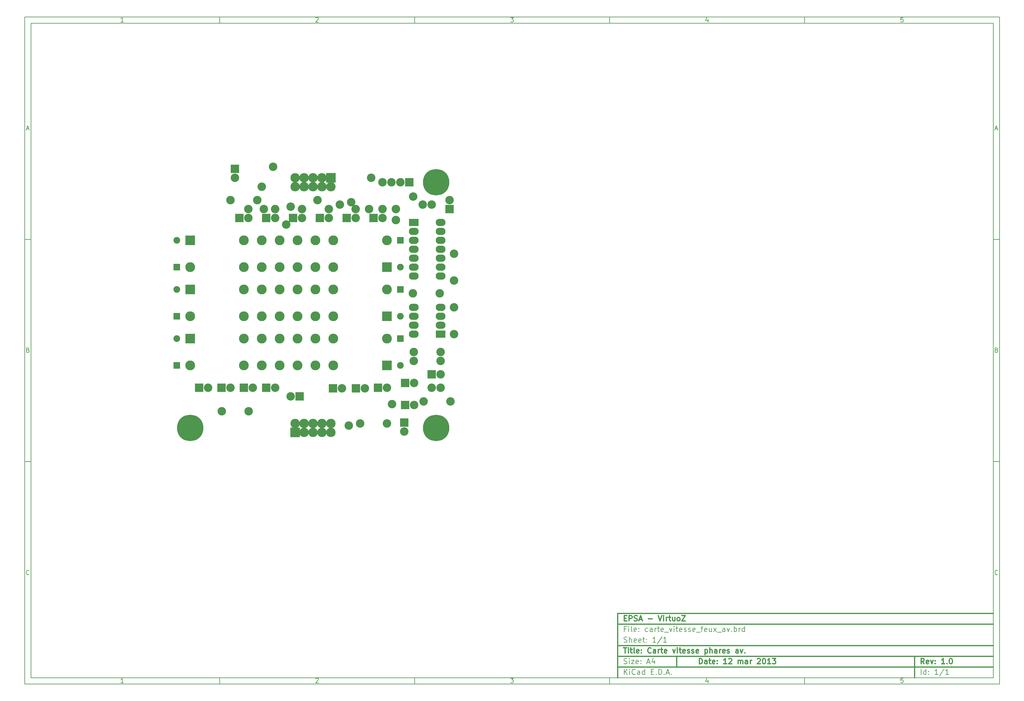
<source format=gbs>
G04 (created by PCBNEW-RS274X (2012-01-19 BZR 3256)-stable) date 12/03/2013 15:28:24*
G01*
G70*
G90*
%MOIN*%
G04 Gerber Fmt 3.4, Leading zero omitted, Abs format*
%FSLAX34Y34*%
G04 APERTURE LIST*
%ADD10C,0.006000*%
%ADD11C,0.012000*%
%ADD12C,0.095000*%
%ADD13R,0.095000X0.095000*%
%ADD14R,0.110000X0.082000*%
%ADD15O,0.110000X0.082000*%
%ADD16C,0.295600*%
%ADD17R,0.110000X0.110000*%
%ADD18C,0.110000*%
%ADD19R,0.075000X0.075000*%
%ADD20C,0.075000*%
%ADD21R,0.105000X0.105000*%
%ADD22C,0.105000*%
G04 APERTURE END LIST*
G54D10*
X04000Y-04000D02*
X113000Y-04000D01*
X113000Y-78670D01*
X04000Y-78670D01*
X04000Y-04000D01*
X04700Y-04700D02*
X112300Y-04700D01*
X112300Y-77970D01*
X04700Y-77970D01*
X04700Y-04700D01*
X25800Y-04000D02*
X25800Y-04700D01*
X15043Y-04552D02*
X14757Y-04552D01*
X14900Y-04552D02*
X14900Y-04052D01*
X14852Y-04124D01*
X14805Y-04171D01*
X14757Y-04195D01*
X25800Y-78670D02*
X25800Y-77970D01*
X15043Y-78522D02*
X14757Y-78522D01*
X14900Y-78522D02*
X14900Y-78022D01*
X14852Y-78094D01*
X14805Y-78141D01*
X14757Y-78165D01*
X47600Y-04000D02*
X47600Y-04700D01*
X36557Y-04100D02*
X36581Y-04076D01*
X36629Y-04052D01*
X36748Y-04052D01*
X36795Y-04076D01*
X36819Y-04100D01*
X36843Y-04148D01*
X36843Y-04195D01*
X36819Y-04267D01*
X36533Y-04552D01*
X36843Y-04552D01*
X47600Y-78670D02*
X47600Y-77970D01*
X36557Y-78070D02*
X36581Y-78046D01*
X36629Y-78022D01*
X36748Y-78022D01*
X36795Y-78046D01*
X36819Y-78070D01*
X36843Y-78118D01*
X36843Y-78165D01*
X36819Y-78237D01*
X36533Y-78522D01*
X36843Y-78522D01*
X69400Y-04000D02*
X69400Y-04700D01*
X58333Y-04052D02*
X58643Y-04052D01*
X58476Y-04243D01*
X58548Y-04243D01*
X58595Y-04267D01*
X58619Y-04290D01*
X58643Y-04338D01*
X58643Y-04457D01*
X58619Y-04505D01*
X58595Y-04529D01*
X58548Y-04552D01*
X58405Y-04552D01*
X58357Y-04529D01*
X58333Y-04505D01*
X69400Y-78670D02*
X69400Y-77970D01*
X58333Y-78022D02*
X58643Y-78022D01*
X58476Y-78213D01*
X58548Y-78213D01*
X58595Y-78237D01*
X58619Y-78260D01*
X58643Y-78308D01*
X58643Y-78427D01*
X58619Y-78475D01*
X58595Y-78499D01*
X58548Y-78522D01*
X58405Y-78522D01*
X58357Y-78499D01*
X58333Y-78475D01*
X91200Y-04000D02*
X91200Y-04700D01*
X80395Y-04219D02*
X80395Y-04552D01*
X80276Y-04029D02*
X80157Y-04386D01*
X80467Y-04386D01*
X91200Y-78670D02*
X91200Y-77970D01*
X80395Y-78189D02*
X80395Y-78522D01*
X80276Y-77999D02*
X80157Y-78356D01*
X80467Y-78356D01*
X102219Y-04052D02*
X101981Y-04052D01*
X101957Y-04290D01*
X101981Y-04267D01*
X102029Y-04243D01*
X102148Y-04243D01*
X102195Y-04267D01*
X102219Y-04290D01*
X102243Y-04338D01*
X102243Y-04457D01*
X102219Y-04505D01*
X102195Y-04529D01*
X102148Y-04552D01*
X102029Y-04552D01*
X101981Y-04529D01*
X101957Y-04505D01*
X102219Y-78022D02*
X101981Y-78022D01*
X101957Y-78260D01*
X101981Y-78237D01*
X102029Y-78213D01*
X102148Y-78213D01*
X102195Y-78237D01*
X102219Y-78260D01*
X102243Y-78308D01*
X102243Y-78427D01*
X102219Y-78475D01*
X102195Y-78499D01*
X102148Y-78522D01*
X102029Y-78522D01*
X101981Y-78499D01*
X101957Y-78475D01*
X04000Y-28890D02*
X04700Y-28890D01*
X04231Y-16510D02*
X04469Y-16510D01*
X04184Y-16652D02*
X04350Y-16152D01*
X04517Y-16652D01*
X113000Y-28890D02*
X112300Y-28890D01*
X112531Y-16510D02*
X112769Y-16510D01*
X112484Y-16652D02*
X112650Y-16152D01*
X112817Y-16652D01*
X04000Y-53780D02*
X04700Y-53780D01*
X04386Y-41280D02*
X04457Y-41304D01*
X04481Y-41328D01*
X04505Y-41376D01*
X04505Y-41447D01*
X04481Y-41495D01*
X04457Y-41519D01*
X04410Y-41542D01*
X04219Y-41542D01*
X04219Y-41042D01*
X04386Y-41042D01*
X04433Y-41066D01*
X04457Y-41090D01*
X04481Y-41138D01*
X04481Y-41185D01*
X04457Y-41233D01*
X04433Y-41257D01*
X04386Y-41280D01*
X04219Y-41280D01*
X113000Y-53780D02*
X112300Y-53780D01*
X112686Y-41280D02*
X112757Y-41304D01*
X112781Y-41328D01*
X112805Y-41376D01*
X112805Y-41447D01*
X112781Y-41495D01*
X112757Y-41519D01*
X112710Y-41542D01*
X112519Y-41542D01*
X112519Y-41042D01*
X112686Y-41042D01*
X112733Y-41066D01*
X112757Y-41090D01*
X112781Y-41138D01*
X112781Y-41185D01*
X112757Y-41233D01*
X112733Y-41257D01*
X112686Y-41280D01*
X112519Y-41280D01*
X04505Y-66385D02*
X04481Y-66409D01*
X04410Y-66432D01*
X04362Y-66432D01*
X04290Y-66409D01*
X04243Y-66361D01*
X04219Y-66313D01*
X04195Y-66218D01*
X04195Y-66147D01*
X04219Y-66051D01*
X04243Y-66004D01*
X04290Y-65956D01*
X04362Y-65932D01*
X04410Y-65932D01*
X04481Y-65956D01*
X04505Y-65980D01*
X112805Y-66385D02*
X112781Y-66409D01*
X112710Y-66432D01*
X112662Y-66432D01*
X112590Y-66409D01*
X112543Y-66361D01*
X112519Y-66313D01*
X112495Y-66218D01*
X112495Y-66147D01*
X112519Y-66051D01*
X112543Y-66004D01*
X112590Y-65956D01*
X112662Y-65932D01*
X112710Y-65932D01*
X112781Y-65956D01*
X112805Y-65980D01*
G54D11*
X79443Y-76413D02*
X79443Y-75813D01*
X79586Y-75813D01*
X79671Y-75841D01*
X79729Y-75899D01*
X79757Y-75956D01*
X79786Y-76070D01*
X79786Y-76156D01*
X79757Y-76270D01*
X79729Y-76327D01*
X79671Y-76384D01*
X79586Y-76413D01*
X79443Y-76413D01*
X80300Y-76413D02*
X80300Y-76099D01*
X80271Y-76041D01*
X80214Y-76013D01*
X80100Y-76013D01*
X80043Y-76041D01*
X80300Y-76384D02*
X80243Y-76413D01*
X80100Y-76413D01*
X80043Y-76384D01*
X80014Y-76327D01*
X80014Y-76270D01*
X80043Y-76213D01*
X80100Y-76184D01*
X80243Y-76184D01*
X80300Y-76156D01*
X80500Y-76013D02*
X80729Y-76013D01*
X80586Y-75813D02*
X80586Y-76327D01*
X80614Y-76384D01*
X80672Y-76413D01*
X80729Y-76413D01*
X81157Y-76384D02*
X81100Y-76413D01*
X80986Y-76413D01*
X80929Y-76384D01*
X80900Y-76327D01*
X80900Y-76099D01*
X80929Y-76041D01*
X80986Y-76013D01*
X81100Y-76013D01*
X81157Y-76041D01*
X81186Y-76099D01*
X81186Y-76156D01*
X80900Y-76213D01*
X81443Y-76356D02*
X81471Y-76384D01*
X81443Y-76413D01*
X81414Y-76384D01*
X81443Y-76356D01*
X81443Y-76413D01*
X81443Y-76041D02*
X81471Y-76070D01*
X81443Y-76099D01*
X81414Y-76070D01*
X81443Y-76041D01*
X81443Y-76099D01*
X82500Y-76413D02*
X82157Y-76413D01*
X82329Y-76413D02*
X82329Y-75813D01*
X82272Y-75899D01*
X82214Y-75956D01*
X82157Y-75984D01*
X82728Y-75870D02*
X82757Y-75841D01*
X82814Y-75813D01*
X82957Y-75813D01*
X83014Y-75841D01*
X83043Y-75870D01*
X83071Y-75927D01*
X83071Y-75984D01*
X83043Y-76070D01*
X82700Y-76413D01*
X83071Y-76413D01*
X83785Y-76413D02*
X83785Y-76013D01*
X83785Y-76070D02*
X83813Y-76041D01*
X83871Y-76013D01*
X83956Y-76013D01*
X84013Y-76041D01*
X84042Y-76099D01*
X84042Y-76413D01*
X84042Y-76099D02*
X84071Y-76041D01*
X84128Y-76013D01*
X84213Y-76013D01*
X84271Y-76041D01*
X84299Y-76099D01*
X84299Y-76413D01*
X84842Y-76413D02*
X84842Y-76099D01*
X84813Y-76041D01*
X84756Y-76013D01*
X84642Y-76013D01*
X84585Y-76041D01*
X84842Y-76384D02*
X84785Y-76413D01*
X84642Y-76413D01*
X84585Y-76384D01*
X84556Y-76327D01*
X84556Y-76270D01*
X84585Y-76213D01*
X84642Y-76184D01*
X84785Y-76184D01*
X84842Y-76156D01*
X85128Y-76413D02*
X85128Y-76013D01*
X85128Y-76127D02*
X85156Y-76070D01*
X85185Y-76041D01*
X85242Y-76013D01*
X85299Y-76013D01*
X85927Y-75870D02*
X85956Y-75841D01*
X86013Y-75813D01*
X86156Y-75813D01*
X86213Y-75841D01*
X86242Y-75870D01*
X86270Y-75927D01*
X86270Y-75984D01*
X86242Y-76070D01*
X85899Y-76413D01*
X86270Y-76413D01*
X86641Y-75813D02*
X86698Y-75813D01*
X86755Y-75841D01*
X86784Y-75870D01*
X86813Y-75927D01*
X86841Y-76041D01*
X86841Y-76184D01*
X86813Y-76299D01*
X86784Y-76356D01*
X86755Y-76384D01*
X86698Y-76413D01*
X86641Y-76413D01*
X86584Y-76384D01*
X86555Y-76356D01*
X86527Y-76299D01*
X86498Y-76184D01*
X86498Y-76041D01*
X86527Y-75927D01*
X86555Y-75870D01*
X86584Y-75841D01*
X86641Y-75813D01*
X87412Y-76413D02*
X87069Y-76413D01*
X87241Y-76413D02*
X87241Y-75813D01*
X87184Y-75899D01*
X87126Y-75956D01*
X87069Y-75984D01*
X87612Y-75813D02*
X87983Y-75813D01*
X87783Y-76041D01*
X87869Y-76041D01*
X87926Y-76070D01*
X87955Y-76099D01*
X87983Y-76156D01*
X87983Y-76299D01*
X87955Y-76356D01*
X87926Y-76384D01*
X87869Y-76413D01*
X87697Y-76413D01*
X87640Y-76384D01*
X87612Y-76356D01*
G54D10*
X71043Y-77613D02*
X71043Y-77013D01*
X71386Y-77613D02*
X71129Y-77270D01*
X71386Y-77013D02*
X71043Y-77356D01*
X71643Y-77613D02*
X71643Y-77213D01*
X71643Y-77013D02*
X71614Y-77041D01*
X71643Y-77070D01*
X71671Y-77041D01*
X71643Y-77013D01*
X71643Y-77070D01*
X72272Y-77556D02*
X72243Y-77584D01*
X72157Y-77613D01*
X72100Y-77613D01*
X72015Y-77584D01*
X71957Y-77527D01*
X71929Y-77470D01*
X71900Y-77356D01*
X71900Y-77270D01*
X71929Y-77156D01*
X71957Y-77099D01*
X72015Y-77041D01*
X72100Y-77013D01*
X72157Y-77013D01*
X72243Y-77041D01*
X72272Y-77070D01*
X72786Y-77613D02*
X72786Y-77299D01*
X72757Y-77241D01*
X72700Y-77213D01*
X72586Y-77213D01*
X72529Y-77241D01*
X72786Y-77584D02*
X72729Y-77613D01*
X72586Y-77613D01*
X72529Y-77584D01*
X72500Y-77527D01*
X72500Y-77470D01*
X72529Y-77413D01*
X72586Y-77384D01*
X72729Y-77384D01*
X72786Y-77356D01*
X73329Y-77613D02*
X73329Y-77013D01*
X73329Y-77584D02*
X73272Y-77613D01*
X73158Y-77613D01*
X73100Y-77584D01*
X73072Y-77556D01*
X73043Y-77499D01*
X73043Y-77327D01*
X73072Y-77270D01*
X73100Y-77241D01*
X73158Y-77213D01*
X73272Y-77213D01*
X73329Y-77241D01*
X74072Y-77299D02*
X74272Y-77299D01*
X74358Y-77613D02*
X74072Y-77613D01*
X74072Y-77013D01*
X74358Y-77013D01*
X74615Y-77556D02*
X74643Y-77584D01*
X74615Y-77613D01*
X74586Y-77584D01*
X74615Y-77556D01*
X74615Y-77613D01*
X74901Y-77613D02*
X74901Y-77013D01*
X75044Y-77013D01*
X75129Y-77041D01*
X75187Y-77099D01*
X75215Y-77156D01*
X75244Y-77270D01*
X75244Y-77356D01*
X75215Y-77470D01*
X75187Y-77527D01*
X75129Y-77584D01*
X75044Y-77613D01*
X74901Y-77613D01*
X75501Y-77556D02*
X75529Y-77584D01*
X75501Y-77613D01*
X75472Y-77584D01*
X75501Y-77556D01*
X75501Y-77613D01*
X75758Y-77441D02*
X76044Y-77441D01*
X75701Y-77613D02*
X75901Y-77013D01*
X76101Y-77613D01*
X76301Y-77556D02*
X76329Y-77584D01*
X76301Y-77613D01*
X76272Y-77584D01*
X76301Y-77556D01*
X76301Y-77613D01*
G54D11*
X104586Y-76413D02*
X104386Y-76127D01*
X104243Y-76413D02*
X104243Y-75813D01*
X104471Y-75813D01*
X104529Y-75841D01*
X104557Y-75870D01*
X104586Y-75927D01*
X104586Y-76013D01*
X104557Y-76070D01*
X104529Y-76099D01*
X104471Y-76127D01*
X104243Y-76127D01*
X105071Y-76384D02*
X105014Y-76413D01*
X104900Y-76413D01*
X104843Y-76384D01*
X104814Y-76327D01*
X104814Y-76099D01*
X104843Y-76041D01*
X104900Y-76013D01*
X105014Y-76013D01*
X105071Y-76041D01*
X105100Y-76099D01*
X105100Y-76156D01*
X104814Y-76213D01*
X105300Y-76013D02*
X105443Y-76413D01*
X105585Y-76013D01*
X105814Y-76356D02*
X105842Y-76384D01*
X105814Y-76413D01*
X105785Y-76384D01*
X105814Y-76356D01*
X105814Y-76413D01*
X105814Y-76041D02*
X105842Y-76070D01*
X105814Y-76099D01*
X105785Y-76070D01*
X105814Y-76041D01*
X105814Y-76099D01*
X106871Y-76413D02*
X106528Y-76413D01*
X106700Y-76413D02*
X106700Y-75813D01*
X106643Y-75899D01*
X106585Y-75956D01*
X106528Y-75984D01*
X107128Y-76356D02*
X107156Y-76384D01*
X107128Y-76413D01*
X107099Y-76384D01*
X107128Y-76356D01*
X107128Y-76413D01*
X107528Y-75813D02*
X107585Y-75813D01*
X107642Y-75841D01*
X107671Y-75870D01*
X107700Y-75927D01*
X107728Y-76041D01*
X107728Y-76184D01*
X107700Y-76299D01*
X107671Y-76356D01*
X107642Y-76384D01*
X107585Y-76413D01*
X107528Y-76413D01*
X107471Y-76384D01*
X107442Y-76356D01*
X107414Y-76299D01*
X107385Y-76184D01*
X107385Y-76041D01*
X107414Y-75927D01*
X107442Y-75870D01*
X107471Y-75841D01*
X107528Y-75813D01*
G54D10*
X71014Y-76384D02*
X71100Y-76413D01*
X71243Y-76413D01*
X71300Y-76384D01*
X71329Y-76356D01*
X71357Y-76299D01*
X71357Y-76241D01*
X71329Y-76184D01*
X71300Y-76156D01*
X71243Y-76127D01*
X71129Y-76099D01*
X71071Y-76070D01*
X71043Y-76041D01*
X71014Y-75984D01*
X71014Y-75927D01*
X71043Y-75870D01*
X71071Y-75841D01*
X71129Y-75813D01*
X71271Y-75813D01*
X71357Y-75841D01*
X71614Y-76413D02*
X71614Y-76013D01*
X71614Y-75813D02*
X71585Y-75841D01*
X71614Y-75870D01*
X71642Y-75841D01*
X71614Y-75813D01*
X71614Y-75870D01*
X71843Y-76013D02*
X72157Y-76013D01*
X71843Y-76413D01*
X72157Y-76413D01*
X72614Y-76384D02*
X72557Y-76413D01*
X72443Y-76413D01*
X72386Y-76384D01*
X72357Y-76327D01*
X72357Y-76099D01*
X72386Y-76041D01*
X72443Y-76013D01*
X72557Y-76013D01*
X72614Y-76041D01*
X72643Y-76099D01*
X72643Y-76156D01*
X72357Y-76213D01*
X72900Y-76356D02*
X72928Y-76384D01*
X72900Y-76413D01*
X72871Y-76384D01*
X72900Y-76356D01*
X72900Y-76413D01*
X72900Y-76041D02*
X72928Y-76070D01*
X72900Y-76099D01*
X72871Y-76070D01*
X72900Y-76041D01*
X72900Y-76099D01*
X73614Y-76241D02*
X73900Y-76241D01*
X73557Y-76413D02*
X73757Y-75813D01*
X73957Y-76413D01*
X74414Y-76013D02*
X74414Y-76413D01*
X74271Y-75784D02*
X74128Y-76213D01*
X74500Y-76213D01*
X104243Y-77613D02*
X104243Y-77013D01*
X104786Y-77613D02*
X104786Y-77013D01*
X104786Y-77584D02*
X104729Y-77613D01*
X104615Y-77613D01*
X104557Y-77584D01*
X104529Y-77556D01*
X104500Y-77499D01*
X104500Y-77327D01*
X104529Y-77270D01*
X104557Y-77241D01*
X104615Y-77213D01*
X104729Y-77213D01*
X104786Y-77241D01*
X105072Y-77556D02*
X105100Y-77584D01*
X105072Y-77613D01*
X105043Y-77584D01*
X105072Y-77556D01*
X105072Y-77613D01*
X105072Y-77241D02*
X105100Y-77270D01*
X105072Y-77299D01*
X105043Y-77270D01*
X105072Y-77241D01*
X105072Y-77299D01*
X106129Y-77613D02*
X105786Y-77613D01*
X105958Y-77613D02*
X105958Y-77013D01*
X105901Y-77099D01*
X105843Y-77156D01*
X105786Y-77184D01*
X106814Y-76984D02*
X106300Y-77756D01*
X107329Y-77613D02*
X106986Y-77613D01*
X107158Y-77613D02*
X107158Y-77013D01*
X107101Y-77099D01*
X107043Y-77156D01*
X106986Y-77184D01*
G54D11*
X70957Y-74613D02*
X71300Y-74613D01*
X71129Y-75213D02*
X71129Y-74613D01*
X71500Y-75213D02*
X71500Y-74813D01*
X71500Y-74613D02*
X71471Y-74641D01*
X71500Y-74670D01*
X71528Y-74641D01*
X71500Y-74613D01*
X71500Y-74670D01*
X71700Y-74813D02*
X71929Y-74813D01*
X71786Y-74613D02*
X71786Y-75127D01*
X71814Y-75184D01*
X71872Y-75213D01*
X71929Y-75213D01*
X72215Y-75213D02*
X72157Y-75184D01*
X72129Y-75127D01*
X72129Y-74613D01*
X72671Y-75184D02*
X72614Y-75213D01*
X72500Y-75213D01*
X72443Y-75184D01*
X72414Y-75127D01*
X72414Y-74899D01*
X72443Y-74841D01*
X72500Y-74813D01*
X72614Y-74813D01*
X72671Y-74841D01*
X72700Y-74899D01*
X72700Y-74956D01*
X72414Y-75013D01*
X72957Y-75156D02*
X72985Y-75184D01*
X72957Y-75213D01*
X72928Y-75184D01*
X72957Y-75156D01*
X72957Y-75213D01*
X72957Y-74841D02*
X72985Y-74870D01*
X72957Y-74899D01*
X72928Y-74870D01*
X72957Y-74841D01*
X72957Y-74899D01*
X74043Y-75156D02*
X74014Y-75184D01*
X73928Y-75213D01*
X73871Y-75213D01*
X73786Y-75184D01*
X73728Y-75127D01*
X73700Y-75070D01*
X73671Y-74956D01*
X73671Y-74870D01*
X73700Y-74756D01*
X73728Y-74699D01*
X73786Y-74641D01*
X73871Y-74613D01*
X73928Y-74613D01*
X74014Y-74641D01*
X74043Y-74670D01*
X74557Y-75213D02*
X74557Y-74899D01*
X74528Y-74841D01*
X74471Y-74813D01*
X74357Y-74813D01*
X74300Y-74841D01*
X74557Y-75184D02*
X74500Y-75213D01*
X74357Y-75213D01*
X74300Y-75184D01*
X74271Y-75127D01*
X74271Y-75070D01*
X74300Y-75013D01*
X74357Y-74984D01*
X74500Y-74984D01*
X74557Y-74956D01*
X74843Y-75213D02*
X74843Y-74813D01*
X74843Y-74927D02*
X74871Y-74870D01*
X74900Y-74841D01*
X74957Y-74813D01*
X75014Y-74813D01*
X75128Y-74813D02*
X75357Y-74813D01*
X75214Y-74613D02*
X75214Y-75127D01*
X75242Y-75184D01*
X75300Y-75213D01*
X75357Y-75213D01*
X75785Y-75184D02*
X75728Y-75213D01*
X75614Y-75213D01*
X75557Y-75184D01*
X75528Y-75127D01*
X75528Y-74899D01*
X75557Y-74841D01*
X75614Y-74813D01*
X75728Y-74813D01*
X75785Y-74841D01*
X75814Y-74899D01*
X75814Y-74956D01*
X75528Y-75013D01*
X76471Y-74813D02*
X76614Y-75213D01*
X76756Y-74813D01*
X76985Y-75213D02*
X76985Y-74813D01*
X76985Y-74613D02*
X76956Y-74641D01*
X76985Y-74670D01*
X77013Y-74641D01*
X76985Y-74613D01*
X76985Y-74670D01*
X77185Y-74813D02*
X77414Y-74813D01*
X77271Y-74613D02*
X77271Y-75127D01*
X77299Y-75184D01*
X77357Y-75213D01*
X77414Y-75213D01*
X77842Y-75184D02*
X77785Y-75213D01*
X77671Y-75213D01*
X77614Y-75184D01*
X77585Y-75127D01*
X77585Y-74899D01*
X77614Y-74841D01*
X77671Y-74813D01*
X77785Y-74813D01*
X77842Y-74841D01*
X77871Y-74899D01*
X77871Y-74956D01*
X77585Y-75013D01*
X78099Y-75184D02*
X78156Y-75213D01*
X78271Y-75213D01*
X78328Y-75184D01*
X78356Y-75127D01*
X78356Y-75099D01*
X78328Y-75041D01*
X78271Y-75013D01*
X78185Y-75013D01*
X78128Y-74984D01*
X78099Y-74927D01*
X78099Y-74899D01*
X78128Y-74841D01*
X78185Y-74813D01*
X78271Y-74813D01*
X78328Y-74841D01*
X78585Y-75184D02*
X78642Y-75213D01*
X78757Y-75213D01*
X78814Y-75184D01*
X78842Y-75127D01*
X78842Y-75099D01*
X78814Y-75041D01*
X78757Y-75013D01*
X78671Y-75013D01*
X78614Y-74984D01*
X78585Y-74927D01*
X78585Y-74899D01*
X78614Y-74841D01*
X78671Y-74813D01*
X78757Y-74813D01*
X78814Y-74841D01*
X79328Y-75184D02*
X79271Y-75213D01*
X79157Y-75213D01*
X79100Y-75184D01*
X79071Y-75127D01*
X79071Y-74899D01*
X79100Y-74841D01*
X79157Y-74813D01*
X79271Y-74813D01*
X79328Y-74841D01*
X79357Y-74899D01*
X79357Y-74956D01*
X79071Y-75013D01*
X80071Y-74813D02*
X80071Y-75413D01*
X80071Y-74841D02*
X80128Y-74813D01*
X80242Y-74813D01*
X80299Y-74841D01*
X80328Y-74870D01*
X80357Y-74927D01*
X80357Y-75099D01*
X80328Y-75156D01*
X80299Y-75184D01*
X80242Y-75213D01*
X80128Y-75213D01*
X80071Y-75184D01*
X80614Y-75213D02*
X80614Y-74613D01*
X80871Y-75213D02*
X80871Y-74899D01*
X80842Y-74841D01*
X80785Y-74813D01*
X80700Y-74813D01*
X80642Y-74841D01*
X80614Y-74870D01*
X81414Y-75213D02*
X81414Y-74899D01*
X81385Y-74841D01*
X81328Y-74813D01*
X81214Y-74813D01*
X81157Y-74841D01*
X81414Y-75184D02*
X81357Y-75213D01*
X81214Y-75213D01*
X81157Y-75184D01*
X81128Y-75127D01*
X81128Y-75070D01*
X81157Y-75013D01*
X81214Y-74984D01*
X81357Y-74984D01*
X81414Y-74956D01*
X81700Y-75213D02*
X81700Y-74813D01*
X81700Y-74927D02*
X81728Y-74870D01*
X81757Y-74841D01*
X81814Y-74813D01*
X81871Y-74813D01*
X82299Y-75184D02*
X82242Y-75213D01*
X82128Y-75213D01*
X82071Y-75184D01*
X82042Y-75127D01*
X82042Y-74899D01*
X82071Y-74841D01*
X82128Y-74813D01*
X82242Y-74813D01*
X82299Y-74841D01*
X82328Y-74899D01*
X82328Y-74956D01*
X82042Y-75013D01*
X82556Y-75184D02*
X82613Y-75213D01*
X82728Y-75213D01*
X82785Y-75184D01*
X82813Y-75127D01*
X82813Y-75099D01*
X82785Y-75041D01*
X82728Y-75013D01*
X82642Y-75013D01*
X82585Y-74984D01*
X82556Y-74927D01*
X82556Y-74899D01*
X82585Y-74841D01*
X82642Y-74813D01*
X82728Y-74813D01*
X82785Y-74841D01*
X83785Y-75213D02*
X83785Y-74899D01*
X83756Y-74841D01*
X83699Y-74813D01*
X83585Y-74813D01*
X83528Y-74841D01*
X83785Y-75184D02*
X83728Y-75213D01*
X83585Y-75213D01*
X83528Y-75184D01*
X83499Y-75127D01*
X83499Y-75070D01*
X83528Y-75013D01*
X83585Y-74984D01*
X83728Y-74984D01*
X83785Y-74956D01*
X84014Y-74813D02*
X84157Y-75213D01*
X84299Y-74813D01*
X84528Y-75156D02*
X84556Y-75184D01*
X84528Y-75213D01*
X84499Y-75184D01*
X84528Y-75156D01*
X84528Y-75213D01*
G54D10*
X71243Y-72499D02*
X71043Y-72499D01*
X71043Y-72813D02*
X71043Y-72213D01*
X71329Y-72213D01*
X71557Y-72813D02*
X71557Y-72413D01*
X71557Y-72213D02*
X71528Y-72241D01*
X71557Y-72270D01*
X71585Y-72241D01*
X71557Y-72213D01*
X71557Y-72270D01*
X71929Y-72813D02*
X71871Y-72784D01*
X71843Y-72727D01*
X71843Y-72213D01*
X72385Y-72784D02*
X72328Y-72813D01*
X72214Y-72813D01*
X72157Y-72784D01*
X72128Y-72727D01*
X72128Y-72499D01*
X72157Y-72441D01*
X72214Y-72413D01*
X72328Y-72413D01*
X72385Y-72441D01*
X72414Y-72499D01*
X72414Y-72556D01*
X72128Y-72613D01*
X72671Y-72756D02*
X72699Y-72784D01*
X72671Y-72813D01*
X72642Y-72784D01*
X72671Y-72756D01*
X72671Y-72813D01*
X72671Y-72441D02*
X72699Y-72470D01*
X72671Y-72499D01*
X72642Y-72470D01*
X72671Y-72441D01*
X72671Y-72499D01*
X73671Y-72784D02*
X73614Y-72813D01*
X73500Y-72813D01*
X73442Y-72784D01*
X73414Y-72756D01*
X73385Y-72699D01*
X73385Y-72527D01*
X73414Y-72470D01*
X73442Y-72441D01*
X73500Y-72413D01*
X73614Y-72413D01*
X73671Y-72441D01*
X74185Y-72813D02*
X74185Y-72499D01*
X74156Y-72441D01*
X74099Y-72413D01*
X73985Y-72413D01*
X73928Y-72441D01*
X74185Y-72784D02*
X74128Y-72813D01*
X73985Y-72813D01*
X73928Y-72784D01*
X73899Y-72727D01*
X73899Y-72670D01*
X73928Y-72613D01*
X73985Y-72584D01*
X74128Y-72584D01*
X74185Y-72556D01*
X74471Y-72813D02*
X74471Y-72413D01*
X74471Y-72527D02*
X74499Y-72470D01*
X74528Y-72441D01*
X74585Y-72413D01*
X74642Y-72413D01*
X74756Y-72413D02*
X74985Y-72413D01*
X74842Y-72213D02*
X74842Y-72727D01*
X74870Y-72784D01*
X74928Y-72813D01*
X74985Y-72813D01*
X75413Y-72784D02*
X75356Y-72813D01*
X75242Y-72813D01*
X75185Y-72784D01*
X75156Y-72727D01*
X75156Y-72499D01*
X75185Y-72441D01*
X75242Y-72413D01*
X75356Y-72413D01*
X75413Y-72441D01*
X75442Y-72499D01*
X75442Y-72556D01*
X75156Y-72613D01*
X75556Y-72870D02*
X76013Y-72870D01*
X76099Y-72413D02*
X76242Y-72813D01*
X76384Y-72413D01*
X76613Y-72813D02*
X76613Y-72413D01*
X76613Y-72213D02*
X76584Y-72241D01*
X76613Y-72270D01*
X76641Y-72241D01*
X76613Y-72213D01*
X76613Y-72270D01*
X76813Y-72413D02*
X77042Y-72413D01*
X76899Y-72213D02*
X76899Y-72727D01*
X76927Y-72784D01*
X76985Y-72813D01*
X77042Y-72813D01*
X77470Y-72784D02*
X77413Y-72813D01*
X77299Y-72813D01*
X77242Y-72784D01*
X77213Y-72727D01*
X77213Y-72499D01*
X77242Y-72441D01*
X77299Y-72413D01*
X77413Y-72413D01*
X77470Y-72441D01*
X77499Y-72499D01*
X77499Y-72556D01*
X77213Y-72613D01*
X77727Y-72784D02*
X77784Y-72813D01*
X77899Y-72813D01*
X77956Y-72784D01*
X77984Y-72727D01*
X77984Y-72699D01*
X77956Y-72641D01*
X77899Y-72613D01*
X77813Y-72613D01*
X77756Y-72584D01*
X77727Y-72527D01*
X77727Y-72499D01*
X77756Y-72441D01*
X77813Y-72413D01*
X77899Y-72413D01*
X77956Y-72441D01*
X78213Y-72784D02*
X78270Y-72813D01*
X78385Y-72813D01*
X78442Y-72784D01*
X78470Y-72727D01*
X78470Y-72699D01*
X78442Y-72641D01*
X78385Y-72613D01*
X78299Y-72613D01*
X78242Y-72584D01*
X78213Y-72527D01*
X78213Y-72499D01*
X78242Y-72441D01*
X78299Y-72413D01*
X78385Y-72413D01*
X78442Y-72441D01*
X78956Y-72784D02*
X78899Y-72813D01*
X78785Y-72813D01*
X78728Y-72784D01*
X78699Y-72727D01*
X78699Y-72499D01*
X78728Y-72441D01*
X78785Y-72413D01*
X78899Y-72413D01*
X78956Y-72441D01*
X78985Y-72499D01*
X78985Y-72556D01*
X78699Y-72613D01*
X79099Y-72870D02*
X79556Y-72870D01*
X79613Y-72413D02*
X79842Y-72413D01*
X79699Y-72813D02*
X79699Y-72299D01*
X79727Y-72241D01*
X79785Y-72213D01*
X79842Y-72213D01*
X80270Y-72784D02*
X80213Y-72813D01*
X80099Y-72813D01*
X80042Y-72784D01*
X80013Y-72727D01*
X80013Y-72499D01*
X80042Y-72441D01*
X80099Y-72413D01*
X80213Y-72413D01*
X80270Y-72441D01*
X80299Y-72499D01*
X80299Y-72556D01*
X80013Y-72613D01*
X80813Y-72413D02*
X80813Y-72813D01*
X80556Y-72413D02*
X80556Y-72727D01*
X80584Y-72784D01*
X80642Y-72813D01*
X80727Y-72813D01*
X80784Y-72784D01*
X80813Y-72756D01*
X81042Y-72813D02*
X81356Y-72413D01*
X81042Y-72413D02*
X81356Y-72813D01*
X81442Y-72870D02*
X81899Y-72870D01*
X82299Y-72813D02*
X82299Y-72499D01*
X82270Y-72441D01*
X82213Y-72413D01*
X82099Y-72413D01*
X82042Y-72441D01*
X82299Y-72784D02*
X82242Y-72813D01*
X82099Y-72813D01*
X82042Y-72784D01*
X82013Y-72727D01*
X82013Y-72670D01*
X82042Y-72613D01*
X82099Y-72584D01*
X82242Y-72584D01*
X82299Y-72556D01*
X82528Y-72413D02*
X82671Y-72813D01*
X82813Y-72413D01*
X83042Y-72756D02*
X83070Y-72784D01*
X83042Y-72813D01*
X83013Y-72784D01*
X83042Y-72756D01*
X83042Y-72813D01*
X83328Y-72813D02*
X83328Y-72213D01*
X83328Y-72441D02*
X83385Y-72413D01*
X83499Y-72413D01*
X83556Y-72441D01*
X83585Y-72470D01*
X83614Y-72527D01*
X83614Y-72699D01*
X83585Y-72756D01*
X83556Y-72784D01*
X83499Y-72813D01*
X83385Y-72813D01*
X83328Y-72784D01*
X83871Y-72813D02*
X83871Y-72413D01*
X83871Y-72527D02*
X83899Y-72470D01*
X83928Y-72441D01*
X83985Y-72413D01*
X84042Y-72413D01*
X84499Y-72813D02*
X84499Y-72213D01*
X84499Y-72784D02*
X84442Y-72813D01*
X84328Y-72813D01*
X84270Y-72784D01*
X84242Y-72756D01*
X84213Y-72699D01*
X84213Y-72527D01*
X84242Y-72470D01*
X84270Y-72441D01*
X84328Y-72413D01*
X84442Y-72413D01*
X84499Y-72441D01*
X71014Y-73984D02*
X71100Y-74013D01*
X71243Y-74013D01*
X71300Y-73984D01*
X71329Y-73956D01*
X71357Y-73899D01*
X71357Y-73841D01*
X71329Y-73784D01*
X71300Y-73756D01*
X71243Y-73727D01*
X71129Y-73699D01*
X71071Y-73670D01*
X71043Y-73641D01*
X71014Y-73584D01*
X71014Y-73527D01*
X71043Y-73470D01*
X71071Y-73441D01*
X71129Y-73413D01*
X71271Y-73413D01*
X71357Y-73441D01*
X71614Y-74013D02*
X71614Y-73413D01*
X71871Y-74013D02*
X71871Y-73699D01*
X71842Y-73641D01*
X71785Y-73613D01*
X71700Y-73613D01*
X71642Y-73641D01*
X71614Y-73670D01*
X72385Y-73984D02*
X72328Y-74013D01*
X72214Y-74013D01*
X72157Y-73984D01*
X72128Y-73927D01*
X72128Y-73699D01*
X72157Y-73641D01*
X72214Y-73613D01*
X72328Y-73613D01*
X72385Y-73641D01*
X72414Y-73699D01*
X72414Y-73756D01*
X72128Y-73813D01*
X72899Y-73984D02*
X72842Y-74013D01*
X72728Y-74013D01*
X72671Y-73984D01*
X72642Y-73927D01*
X72642Y-73699D01*
X72671Y-73641D01*
X72728Y-73613D01*
X72842Y-73613D01*
X72899Y-73641D01*
X72928Y-73699D01*
X72928Y-73756D01*
X72642Y-73813D01*
X73099Y-73613D02*
X73328Y-73613D01*
X73185Y-73413D02*
X73185Y-73927D01*
X73213Y-73984D01*
X73271Y-74013D01*
X73328Y-74013D01*
X73528Y-73956D02*
X73556Y-73984D01*
X73528Y-74013D01*
X73499Y-73984D01*
X73528Y-73956D01*
X73528Y-74013D01*
X73528Y-73641D02*
X73556Y-73670D01*
X73528Y-73699D01*
X73499Y-73670D01*
X73528Y-73641D01*
X73528Y-73699D01*
X74585Y-74013D02*
X74242Y-74013D01*
X74414Y-74013D02*
X74414Y-73413D01*
X74357Y-73499D01*
X74299Y-73556D01*
X74242Y-73584D01*
X75270Y-73384D02*
X74756Y-74156D01*
X75785Y-74013D02*
X75442Y-74013D01*
X75614Y-74013D02*
X75614Y-73413D01*
X75557Y-73499D01*
X75499Y-73556D01*
X75442Y-73584D01*
G54D11*
X71043Y-71299D02*
X71243Y-71299D01*
X71329Y-71613D02*
X71043Y-71613D01*
X71043Y-71013D01*
X71329Y-71013D01*
X71586Y-71613D02*
X71586Y-71013D01*
X71814Y-71013D01*
X71872Y-71041D01*
X71900Y-71070D01*
X71929Y-71127D01*
X71929Y-71213D01*
X71900Y-71270D01*
X71872Y-71299D01*
X71814Y-71327D01*
X71586Y-71327D01*
X72157Y-71584D02*
X72243Y-71613D01*
X72386Y-71613D01*
X72443Y-71584D01*
X72472Y-71556D01*
X72500Y-71499D01*
X72500Y-71441D01*
X72472Y-71384D01*
X72443Y-71356D01*
X72386Y-71327D01*
X72272Y-71299D01*
X72214Y-71270D01*
X72186Y-71241D01*
X72157Y-71184D01*
X72157Y-71127D01*
X72186Y-71070D01*
X72214Y-71041D01*
X72272Y-71013D01*
X72414Y-71013D01*
X72500Y-71041D01*
X72728Y-71441D02*
X73014Y-71441D01*
X72671Y-71613D02*
X72871Y-71013D01*
X73071Y-71613D01*
X73728Y-71384D02*
X74185Y-71384D01*
X74842Y-71013D02*
X75042Y-71613D01*
X75242Y-71013D01*
X75442Y-71613D02*
X75442Y-71213D01*
X75442Y-71013D02*
X75413Y-71041D01*
X75442Y-71070D01*
X75470Y-71041D01*
X75442Y-71013D01*
X75442Y-71070D01*
X75728Y-71613D02*
X75728Y-71213D01*
X75728Y-71327D02*
X75756Y-71270D01*
X75785Y-71241D01*
X75842Y-71213D01*
X75899Y-71213D01*
X76013Y-71213D02*
X76242Y-71213D01*
X76099Y-71013D02*
X76099Y-71527D01*
X76127Y-71584D01*
X76185Y-71613D01*
X76242Y-71613D01*
X76699Y-71213D02*
X76699Y-71613D01*
X76442Y-71213D02*
X76442Y-71527D01*
X76470Y-71584D01*
X76528Y-71613D01*
X76613Y-71613D01*
X76670Y-71584D01*
X76699Y-71556D01*
X77071Y-71613D02*
X77013Y-71584D01*
X76985Y-71556D01*
X76956Y-71499D01*
X76956Y-71327D01*
X76985Y-71270D01*
X77013Y-71241D01*
X77071Y-71213D01*
X77156Y-71213D01*
X77213Y-71241D01*
X77242Y-71270D01*
X77271Y-71327D01*
X77271Y-71499D01*
X77242Y-71556D01*
X77213Y-71584D01*
X77156Y-71613D01*
X77071Y-71613D01*
X77471Y-71013D02*
X77871Y-71013D01*
X77471Y-71613D01*
X77871Y-71613D01*
X70300Y-70770D02*
X70300Y-77970D01*
X70300Y-71970D02*
X112300Y-71970D01*
X70300Y-70770D02*
X112300Y-70770D01*
X70300Y-74370D02*
X112300Y-74370D01*
X103500Y-75570D02*
X103500Y-77970D01*
X70300Y-76770D02*
X112300Y-76770D01*
X70300Y-75570D02*
X112300Y-75570D01*
X76900Y-75570D02*
X76900Y-76770D01*
G54D12*
X48500Y-25000D03*
X49500Y-25000D03*
X49500Y-45500D03*
X50500Y-45500D03*
G54D13*
X49500Y-44000D03*
G54D12*
X50500Y-44000D03*
G54D13*
X51500Y-25500D03*
G54D12*
X51500Y-24500D03*
G54D14*
X47500Y-27000D03*
G54D15*
X47500Y-28000D03*
X47500Y-29000D03*
X47500Y-30000D03*
X47500Y-31000D03*
X47500Y-32000D03*
X47500Y-33000D03*
X50500Y-33000D03*
X50500Y-32000D03*
X50500Y-31000D03*
X50500Y-30000D03*
X50500Y-29000D03*
X50500Y-28000D03*
X50500Y-27000D03*
G54D14*
X50500Y-39500D03*
G54D15*
X50500Y-38500D03*
X50500Y-37500D03*
X50500Y-36500D03*
X47500Y-36500D03*
X47500Y-37500D03*
X47500Y-38500D03*
X47500Y-39500D03*
G54D13*
X38476Y-45571D03*
G54D12*
X39476Y-45571D03*
G54D13*
X46547Y-47441D03*
G54D12*
X47547Y-47441D03*
G54D13*
X26000Y-45500D03*
G54D12*
X27000Y-45500D03*
G54D13*
X46547Y-44980D03*
G54D12*
X47547Y-44980D03*
G54D13*
X41035Y-45571D03*
G54D12*
X42035Y-45571D03*
G54D13*
X23500Y-45500D03*
G54D12*
X24500Y-45500D03*
G54D13*
X43500Y-45500D03*
G54D12*
X44500Y-45500D03*
G54D13*
X28500Y-45500D03*
G54D12*
X29500Y-45500D03*
G54D13*
X31000Y-45500D03*
G54D12*
X32000Y-45500D03*
X44000Y-22500D03*
X45000Y-22500D03*
G54D13*
X47000Y-22500D03*
G54D12*
X46000Y-22500D03*
G54D13*
X46457Y-49402D03*
G54D12*
X46457Y-50402D03*
G54D13*
X27500Y-21000D03*
G54D12*
X27500Y-22000D03*
X48598Y-47047D03*
X51598Y-47047D03*
X52000Y-30500D03*
X52000Y-33500D03*
X50417Y-34941D03*
X47417Y-34941D03*
X41512Y-49508D03*
X44512Y-49508D03*
X30000Y-24500D03*
X27000Y-24500D03*
X50500Y-41500D03*
X47500Y-41500D03*
X47500Y-42500D03*
X50500Y-42500D03*
X52000Y-36500D03*
X52000Y-39500D03*
G54D13*
X34752Y-46457D03*
G54D12*
X33752Y-46457D03*
X26059Y-48130D03*
X29059Y-48130D03*
G54D13*
X37000Y-26500D03*
G54D12*
X38000Y-26500D03*
X38000Y-25500D03*
G54D13*
X31000Y-26500D03*
G54D12*
X32000Y-26500D03*
X32000Y-25500D03*
G54D13*
X40000Y-26500D03*
G54D12*
X41000Y-26500D03*
X41000Y-25500D03*
G54D13*
X34000Y-26500D03*
G54D12*
X35000Y-26500D03*
X35000Y-25500D03*
G54D13*
X43000Y-26500D03*
G54D12*
X44000Y-26500D03*
X44000Y-25500D03*
G54D13*
X28000Y-26500D03*
G54D12*
X29000Y-26500D03*
X29000Y-25500D03*
G54D16*
X50000Y-50000D03*
X50000Y-22500D03*
X22500Y-50000D03*
G54D17*
X44500Y-43000D03*
G54D18*
X44500Y-40000D03*
X38500Y-43000D03*
X38500Y-40000D03*
X36500Y-43000D03*
X36500Y-40000D03*
X34500Y-43000D03*
X34500Y-40000D03*
G54D17*
X44500Y-37500D03*
G54D18*
X44500Y-34500D03*
X38500Y-37500D03*
X38500Y-34500D03*
X36500Y-37500D03*
X36500Y-34500D03*
X34500Y-37500D03*
X34500Y-34500D03*
G54D17*
X44500Y-32000D03*
G54D18*
X44500Y-29000D03*
X38500Y-32000D03*
X38500Y-29000D03*
X36500Y-32000D03*
X36500Y-29000D03*
X34500Y-32000D03*
X34500Y-29000D03*
G54D17*
X22500Y-40000D03*
G54D18*
X22500Y-43000D03*
X28500Y-40000D03*
X28500Y-43000D03*
X30500Y-40000D03*
X30500Y-43000D03*
X32500Y-40000D03*
X32500Y-43000D03*
G54D17*
X22500Y-34500D03*
G54D18*
X22500Y-37500D03*
X28500Y-34500D03*
X28500Y-37500D03*
X30500Y-34500D03*
X30500Y-37500D03*
X32500Y-34500D03*
X32500Y-37500D03*
G54D17*
X22500Y-29000D03*
G54D18*
X22500Y-32000D03*
X28500Y-29000D03*
X28500Y-32000D03*
X30500Y-29000D03*
X30500Y-32000D03*
X32500Y-29000D03*
X32500Y-32000D03*
G54D19*
X46000Y-40000D03*
G54D20*
X46000Y-43000D03*
G54D19*
X46000Y-34500D03*
G54D20*
X46000Y-37500D03*
G54D19*
X46000Y-29000D03*
G54D20*
X46000Y-32000D03*
G54D19*
X21000Y-43000D03*
G54D20*
X21000Y-40000D03*
G54D19*
X21000Y-37500D03*
G54D20*
X21000Y-34500D03*
G54D19*
X21000Y-32000D03*
G54D20*
X21000Y-29000D03*
G54D21*
X38250Y-22000D03*
G54D22*
X38250Y-23000D03*
X37250Y-22000D03*
X37250Y-23000D03*
X36250Y-22000D03*
X36250Y-23000D03*
X35250Y-22000D03*
X35250Y-23000D03*
X34250Y-22000D03*
X34250Y-23000D03*
G54D21*
X34250Y-50500D03*
G54D22*
X34250Y-49500D03*
X35250Y-50500D03*
X35250Y-49500D03*
X36250Y-50500D03*
X36250Y-49500D03*
X37250Y-50500D03*
X37250Y-49500D03*
X38250Y-50500D03*
X38250Y-49500D03*
G54D12*
X45079Y-47343D03*
X40250Y-49750D03*
X33250Y-27250D03*
X40500Y-24750D03*
X30750Y-25500D03*
X45500Y-26750D03*
X33750Y-25250D03*
X42500Y-25500D03*
X47441Y-24114D03*
X42750Y-22000D03*
X39250Y-25000D03*
X45500Y-25500D03*
X30500Y-23000D03*
X36750Y-24500D03*
X31791Y-20768D03*
M02*

</source>
